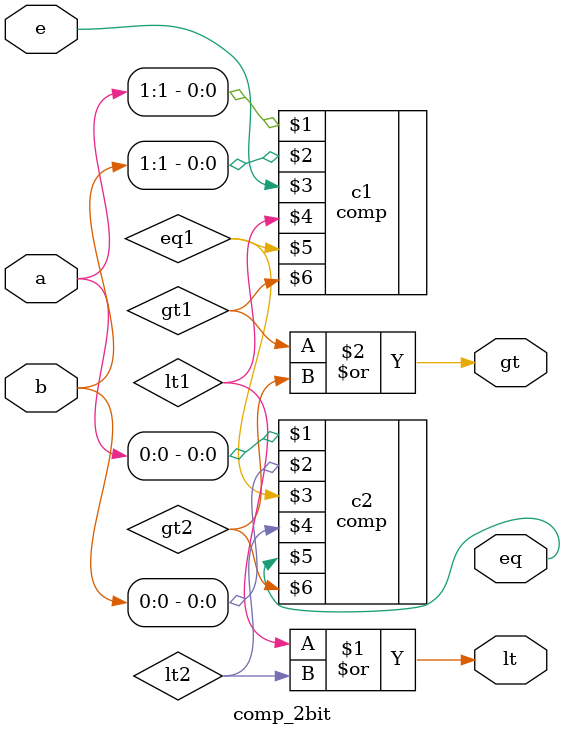
<source format=v>
module comp_2bit(input [1:0]a,b,
                 input e,
                 output lt,eq,gt);
	
	wire lt1,lt2,gt1,gt2,eq1;
	
	comp c1(a[1],b[1],e,lt1,eq1,gt1);
	comp c2(a[0],b[0],eq1,lt2,eq,gt2);
	or   g1(lt,lt1,lt2);
	or   g2(gt,gt1,gt2);
	
 endmodule
    
</source>
